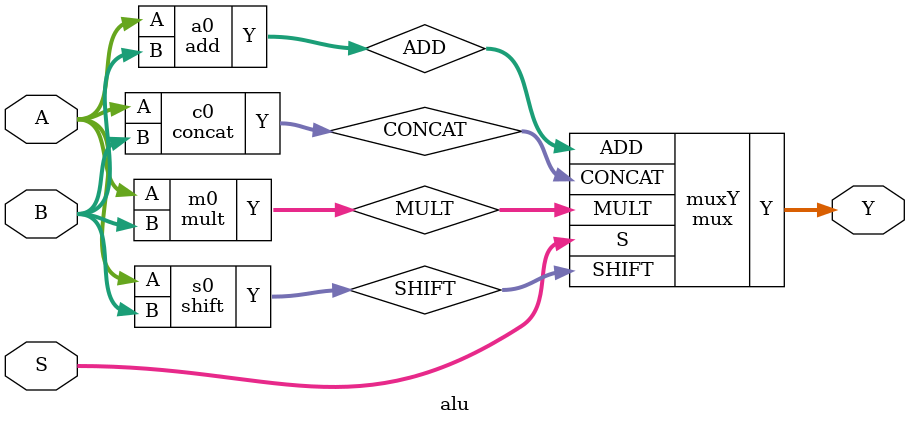
<source format=v>
`timescale 1ns / 1ps    
`default_nettype none
module add(input wire [3:0] A, B, output wire [7:0] Y);

    assign Y = {4'b0000, A} + {4'b0000, B};
    
endmodule

module mult(input wire [3:0] A, B, output wire [7:0] Y);

    assign Y = A * B;
    
endmodule

module concat(input wire [3:0] A, B, output wire [7:0] Y);

    assign Y = {A,B};
    
endmodule

module shift(input wire [3:0] A, B, output wire [7:0] Y);

    assign Y = (B > 7) ? 8'd0 : ({4'b0000, A} << B);
    
endmodule

module mux(input wire [7:0] ADD, MULT, CONCAT, SHIFT, input wire [1:0] S, output reg [7:0] Y);
    always @* begin
        case (S)
            2'b00: Y = CONCAT;
            2'b01: Y = ADD;
            2'b10: Y = SHIFT;
            2'b11: Y = MULT;
            default Y = 8'd0;
        endcase
    end
endmodule

module alu(
    input wire  [3:0] A,
    input wire  [3:0] B,
    input wire  [1:0] S,
    output wire [7:0] Y
    );
    
    wire [7:0] ADD, MULT, CONCAT, SHIFT;
    
    concat c0(.A(A), .B(B), .Y(CONCAT));
    add    a0(.A(A), .B(B), .Y(ADD)   );
    mult   m0(.A(A), .B(B), .Y(MULT)  );
    shift  s0(.A(A), .B(B), .Y(SHIFT) );
    
    mux    muxY(.ADD(ADD), .MULT(MULT), .CONCAT(CONCAT), .SHIFT(SHIFT), .S(S), .Y(Y));
endmodule
</source>
